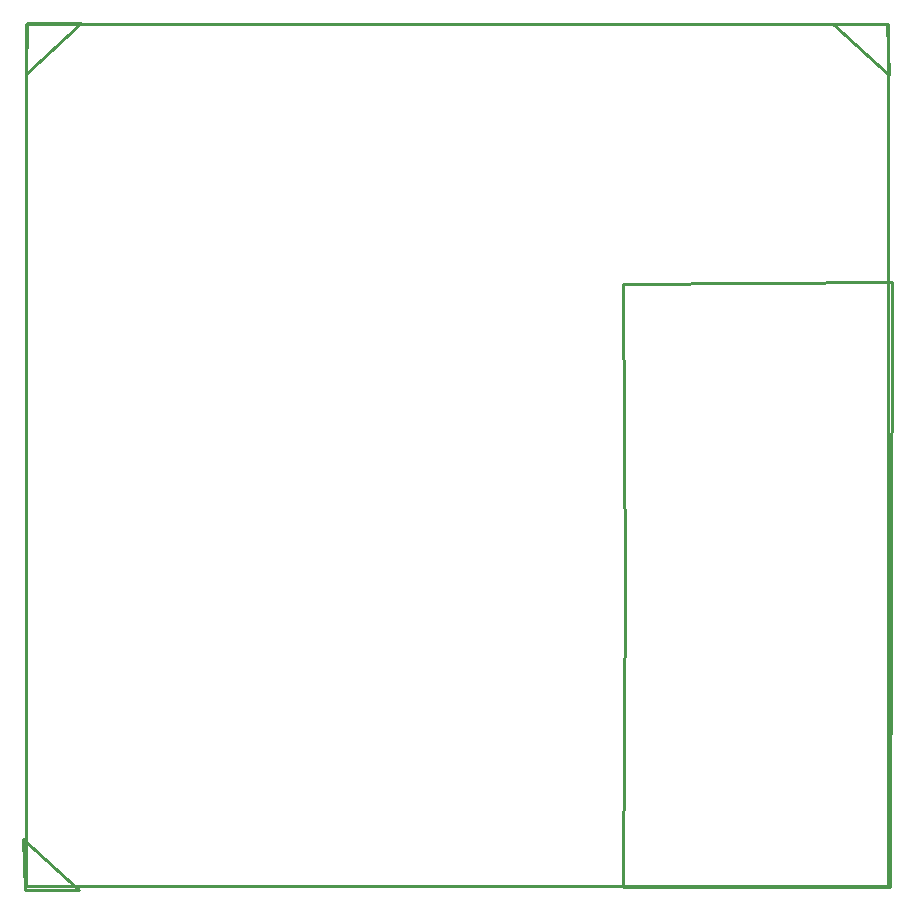
<source format=gko>
G04 Layer: BoardOutline*
G04 EasyEDA v6.2.46, 2019-12-17T13:03:00+00:00*
G04 0172e0994fd644d79e33dd8747f588b4,932ed04fcfe14a16a0103060ae18c599,10*
G04 Gerber Generator version 0.2*
G04 Scale: 100 percent, Rotated: No, Reflected: No *
G04 Dimensions in millimeters *
G04 leading zeros omitted , absolute positions ,3 integer and 3 decimal *
%FSLAX33Y33*%
%MOMM*%
G90*
G71D02*

%ADD10C,0.254000*%
G54D10*
G01X73152Y-24D02*
G01X73279Y51156D01*
G01X73279Y51156D02*
G01X50546Y51029D01*
G01X50546Y51029D02*
G01X50673Y25756D01*
G01X50673Y25756D02*
G01X50546Y-24D01*
G01X50546Y-24D02*
G01X73152Y-24D01*
G01X68326Y73000D02*
G01X72898Y73000D01*
G01X72898Y73000D02*
G01X73025Y68682D01*
G01X73025Y68682D02*
G01X68326Y73000D01*
G01X4635Y73127D02*
G01X63Y73127D01*
G01X63Y73127D02*
G01X-63Y68809D01*
G01X-63Y68809D02*
G01X4635Y73127D01*
G01X4445Y-278D02*
G01X-127Y-278D01*
G01X-127Y-278D02*
G01X-254Y4039D01*
G01X-254Y4039D02*
G01X4445Y-278D01*
G01X0Y73000D02*
G01X73000Y73000D01*
G01X73000Y0D01*
G01X0Y0D01*
G01X0Y73000D01*

%LPD*%
M00*
M02*

</source>
